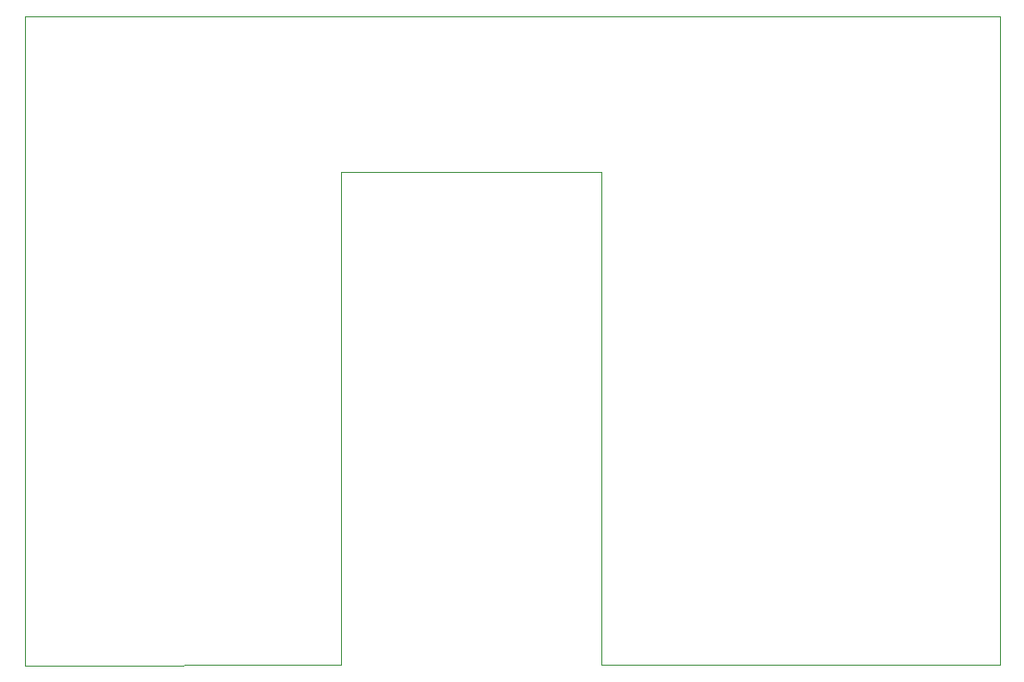
<source format=gbr>
%TF.GenerationSoftware,KiCad,Pcbnew,(5.1.8)-1*%
%TF.CreationDate,2020-12-10T23:46:29+03:00*%
%TF.ProjectId,ledboard,6c656462-6f61-4726-942e-6b696361645f,v0.4.0*%
%TF.SameCoordinates,Original*%
%TF.FileFunction,Profile,NP*%
%FSLAX46Y46*%
G04 Gerber Fmt 4.6, Leading zero omitted, Abs format (unit mm)*
G04 Created by KiCad (PCBNEW (5.1.8)-1) date 2020-12-10 23:46:29*
%MOMM*%
%LPD*%
G01*
G04 APERTURE LIST*
%TA.AperFunction,Profile*%
%ADD10C,0.050000*%
%TD*%
G04 APERTURE END LIST*
D10*
X116920000Y-88310000D02*
X116920000Y-31100000D01*
X81780000Y-88290000D02*
X116920000Y-88310000D01*
X81790000Y-44800000D02*
X81780000Y-88290000D01*
X58860000Y-44800000D02*
X81790000Y-44800000D01*
X58850000Y-88310000D02*
X58860000Y-44800000D01*
X30960000Y-88340000D02*
X58850000Y-88310000D01*
X30960000Y-31130000D02*
X30960000Y-88340000D01*
X116920000Y-31100000D02*
X30960000Y-31130000D01*
M02*

</source>
